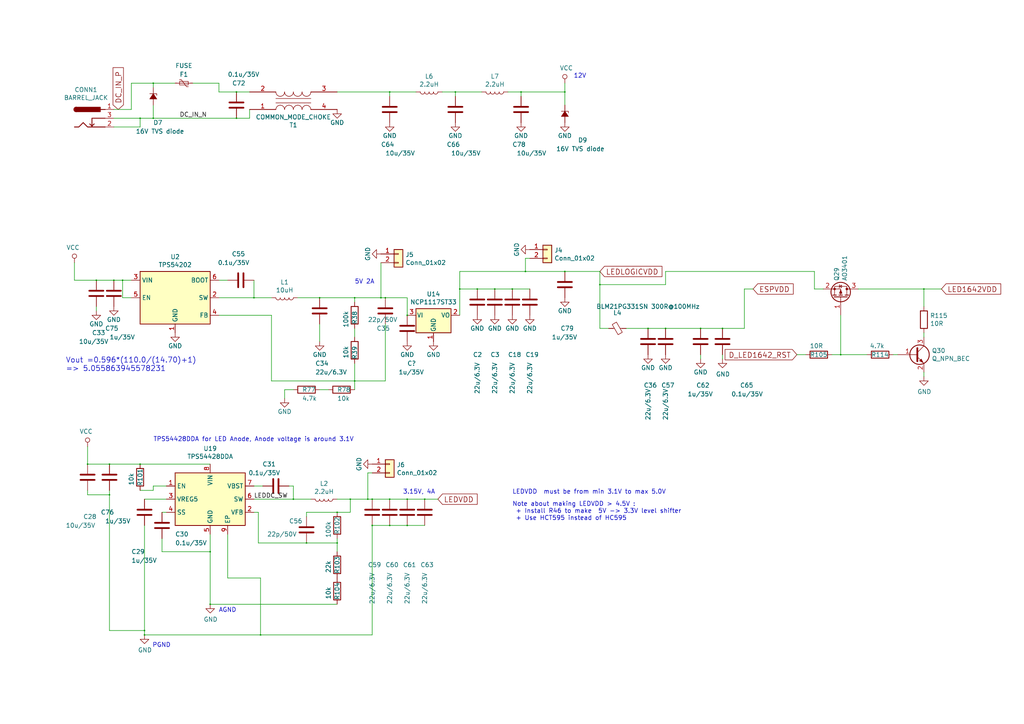
<source format=kicad_sch>
(kicad_sch (version 20200714) (host eeschema "5.99.0-unknown-e5f2015a9~89~ubuntu18.04.1")
  (page 9 10)
  (paper "A4")
  (lib_symbols
    (symbol "Connector_Generic:Conn_01x02" (pin_names hide)
      (property "Reference" "J" (at 0 2.54 0))
      (property "Value" "Conn_01x02" (at 0 -5.08 0))
      (symbol "Conn_01x02_1_1"
        (rectangle (start -1.27 -2.413) (end 0 -2.667) (stroke (width 0.1524)))
        (rectangle (start -1.27 0.127) (end 0 -0.127) (stroke (width 0.1524)))
        (rectangle (start -1.27 1.27) (end 1.27 -3.81) (stroke (width 0.254)) (fill (type background)))
        (pin passive line (at -5.08 0 0) (length 3.81) (name "Pin_1") (number "1"))
        (pin passive line (at -5.08 -2.54 0) (length 3.81) (name "Pin_2") (number "2"))
      )
    )
    (symbol "DeeComponents:COMMON_MODE_CHOKE" (pin_names hide)
      (property "Reference" "T" (at 0 1.27 0))
      (property "Value" "COMMON_MODE_CHOKE" (at 0 -8.89 0))
      (symbol "COMMON_MODE_CHOKE_0_1"
        (arc (start -3.81 -3.81) (end -2.5654 -5.08) (radius (at -3.81 -5.08) (length 1.27) (angles 89.9 0.1)))
        (arc (start -5.08 -5.08) (end -3.81 -3.81) (radius (at -3.81 -5.08) (length 1.27) (angles 179.9 90.1)))
        (arc (start -5.08 0) (end -3.81 -1.2446) (radius (at -3.81 0) (length 1.27) (angles 179.9 -89.9)))
        (arc (start -3.81 -1.2446) (end -2.5654 0) (radius (at -3.81 0) (length 1.27) (angles -90.1 0.1)))
        (arc (start -1.27 -3.81) (end -0.0254 -5.08) (radius (at -1.27 -5.08) (length 1.27) (angles 89.9 0.1)))
        (arc (start -2.54 -5.08) (end -1.27 -3.81) (radius (at -1.27 -5.08) (length 1.27) (angles 179.9 90.1)))
        (arc (start -2.54 0) (end -1.27 -1.2446) (radius (at -1.27 0) (length 1.27) (angles 179.9 -89.9)))
        (arc (start -1.27 -1.2446) (end -0.0254 0) (radius (at -1.27 0) (length 1.27) (angles -90.1 0.1)))
        (arc (start 1.27 -3.81) (end 2.5146 -5.08) (radius (at 1.27 -5.08) (length 1.27) (angles 89.9 0.1)))
        (arc (start 0 -5.08) (end 1.27 -3.81) (radius (at 1.27 -5.08) (length 1.27) (angles 179.9 90.1)))
        (arc (start 0 0) (end 1.27 -1.2446) (radius (at 1.27 0) (length 1.27) (angles 179.9 -89.9)))
        (arc (start 1.27 -1.2446) (end 2.5146 0) (radius (at 1.27 0) (length 1.27) (angles -90.1 0.1)))
        (arc (start 3.81 -3.81) (end 5.0546 -5.08) (radius (at 3.81 -5.08) (length 1.27) (angles 89.9 0.1)))
        (arc (start 2.54 -5.08) (end 3.81 -3.81) (radius (at 3.81 -5.08) (length 1.27) (angles 179.9 90.1)))
        (arc (start 2.54 0.0254) (end 3.81 -1.2192) (radius (at 3.81 0.0254) (length 1.27) (angles -179 -89.9)))
        (arc (start 5.0546 0.0254) (end 3.81 -1.2192) (radius (at 3.81 0.0254) (length 1.27) (angles -1.2 -89.9)))
        (polyline (pts (xy -5.08 -3.175) (xy 5.08 -3.175)))
        (polyline (pts (xy 5.08 -1.905) (xy -5.08 -1.905)))
      )
      (symbol "COMMON_MODE_CHOKE_1_1"
        (pin passive line (at -12.7 0 0) (length 7.62) (name "1") (number "1"))
        (pin passive line (at -12.7 -5.08 0) (length 7.62) (name "2") (number "2"))
        (pin passive line (at 12.7 -5.08 180) (length 7.62) (name "3") (number "3"))
        (pin passive line (at 12.7 0 180) (length 7.62) (name "4") (number "4"))
      )
    )
    (symbol "DeeComponents:TPS54202"
      (property "Reference" "U" (at -10.16 11.43 0))
      (property "Value" "TPS54202" (at -10.16 8.89 0))
      (symbol "TPS54202_0_1"
        (rectangle (start -10.16 7.62) (end 10.16 -7.62) (stroke (width 0.254)) (fill (type background)))
      )
      (symbol "TPS54202_1_1"
        (pin power_in line (at 0 -10.16 90) (length 2.54) (name "GND") (number "1"))
        (pin output line (at 12.7 0 180) (length 2.54) (name "SW") (number "2"))
        (pin power_in line (at -12.7 5.08 0) (length 2.54) (name "VIN") (number "3"))
        (pin input line (at 12.7 -5.08 180) (length 2.54) (name "FB") (number "4"))
        (pin input line (at -12.7 0 0) (length 2.54) (name "EN") (number "5"))
        (pin input line (at 12.7 5.08 180) (length 2.54) (name "BOOT") (number "6"))
      )
    )
    (symbol "DeeComponents:TPS54428DDA" (pin_names (offset 0.508))
      (property "Reference" "U" (at -8.89 8.89 0))
      (property "Value" "TPS54428DDA" (at 1.27 8.89 0))
      (symbol "TPS54428DDA_0_1"
        (rectangle (start -10.16 -7.62) (end 10.16 7.62) (stroke (width 0.254)) (fill (type background)))
      )
      (symbol "TPS54428DDA_1_1"
        (pin input line (at -12.7 3.81 0) (length 2.54) (name "EN") (number "1"))
        (pin input line (at 12.7 -3.81 180) (length 2.54) (name "VFB") (number "2"))
        (pin input line (at -12.7 0 0) (length 2.54) (name "VREG5") (number "3"))
        (pin open_collector line (at -12.7 -3.81 0) (length 2.54) (name "SS") (number "4"))
        (pin power_in line (at 0 -10.16 90) (length 2.54) (name "GND") (number "5"))
        (pin input line (at 12.7 0 180) (length 2.54) (name "SW") (number "6"))
        (pin output line (at 12.7 3.81 180) (length 2.54) (name "VBST") (number "7"))
        (pin power_in line (at 0 10.16 270) (length 2.54) (name "VIN") (number "8"))
        (pin power_in line (at 5.08 -10.16 90) (length 2.54) (name "EP") (number "9"))
      )
    )
    (symbol "dotmatrix_64x48-rescue:Barrel_Jack-Connector"
      (property "Reference" "J" (at 0 5.334 0))
      (property "Value" "Barrel_Jack-Connector" (at 0 -4.445 0))
      (symbol "Barrel_Jack-Connector_0_1"
        (arc (start -3.302 3.175) (end -3.302 1.905) (radius (at -3.302 2.54) (length 0.635) (angles 90.1 -90.1)) (stroke (width 0.254)) (fill (type outline)))
        (arc (start -3.302 3.175) (end -3.302 1.905) (radius (at -3.302 2.54) (length 0.635) (angles 90.1 -90.1)) (stroke (width 0.254)))
        (rectangle (start 3.683 3.175) (end -3.302 1.905) (stroke (width 0.254)) (fill (type outline)))
        (polyline (pts (xy 1.27 -2.286) (xy 1.905 -1.651)) (stroke (width 0.254)))
        (polyline (pts (xy 5.08 2.54) (xy 3.81 2.54)) (stroke (width 0.254)))
        (polyline (pts (xy 5.08 0) (xy 1.27 0) (xy 1.27 -2.286) (xy 0.635 -1.651)) (stroke (width 0.254)))
        (polyline (pts (xy -3.81 -2.54) (xy -2.54 -2.54) (xy -1.27 -1.27) (xy 0 -2.54) (xy 2.54 -2.54) (xy 5.08 -2.54)) (stroke (width 0.254)))
      )
      (symbol "Barrel_Jack-Connector_1_1"
        (pin passive line (at 7.62 2.54 180) (length 2.54) (name "~") (number "1"))
        (pin passive line (at 7.62 -2.54 180) (length 2.54) (name "~") (number "2"))
        (pin passive line (at 7.62 0 180) (length 2.54) (name "~") (number "3"))
      )
    )
    (symbol "dotmatrix_64x48-rescue:C-device" (pin_numbers hide) (pin_names (offset 0.254))
      (property "Reference" "C" (at 0.635 2.54 0))
      (property "Value" "C-device" (at 0.635 -2.54 0))
      (symbol "C-device_0_1"
        (polyline (pts (xy -2.032 -0.762) (xy 2.032 -0.762)) (stroke (width 0.508)))
        (polyline (pts (xy -2.032 0.762) (xy 2.032 0.762)) (stroke (width 0.508)))
      )
      (symbol "C-device_1_1"
        (pin passive line (at 0 3.81 270) (length 2.794) (name "~") (number "1"))
        (pin passive line (at 0 -3.81 90) (length 2.794) (name "~") (number "2"))
      )
    )
    (symbol "dotmatrix_64x48-rescue:D_Zener_Small_ALT-device" (pin_numbers hide) (pin_names (offset 0.254) hide)
      (property "Reference" "D" (at 0 2.286 0))
      (property "Value" "D_Zener_Small_ALT-device" (at 0 -2.286 0))
      (symbol "D_Zener_Small_ALT-device_0_1"
        (polyline (pts (xy 0.762 0) (xy -0.762 0)))
        (polyline (pts (xy -0.254 1.016) (xy -0.762 1.016) (xy -0.762 -1.016)))
        (polyline (pts (xy 0.762 1.016) (xy -0.762 0) (xy 0.762 -1.016) (xy 0.762 1.016)) (fill (type outline)))
      )
      (symbol "D_Zener_Small_ALT-device_1_1"
        (pin passive line (at -2.54 0 0) (length 1.778) (name "K") (number "1"))
        (pin passive line (at 2.54 0 180) (length 1.778) (name "A") (number "2"))
      )
    )
    (symbol "dotmatrix_64x48-rescue:Ferrite_Bead_Small-device" (pin_numbers hide) (pin_names (offset 0))
      (property "Reference" "L" (at 1.905 1.27 0))
      (property "Value" "Ferrite_Bead_Small-device" (at 1.905 -1.27 0))
      (symbol "Ferrite_Bead_Small-device_0_1"
        (polyline (pts (xy 0 -1.27) (xy 0 -0.7874)))
        (polyline (pts (xy 0 0.889) (xy 0 1.2954)))
        (polyline (pts (xy -1.8288 0.2794) (xy -1.1176 1.4986) (xy 1.8288 -0.2032) (xy 1.1176 -1.4224) (xy -1.8288 0.2794)))
      )
      (symbol "Ferrite_Bead_Small-device_1_1"
        (pin passive line (at 0 2.54 270) (length 1.27) (name "~") (number "1"))
        (pin passive line (at 0 -2.54 90) (length 1.27) (name "~") (number "2"))
      )
    )
    (symbol "dotmatrix_64x48-rescue:GND-power" (power) (pin_names (offset 0))
      (property "Value" "GND-power" (at 0 -3.81 0))
      (symbol "GND-power_0_1"
        (polyline (pts (xy 0 0) (xy 0 -1.27) (xy 1.27 -1.27) (xy 0 -2.54) (xy -1.27 -1.27) (xy 0 -1.27)))
      )
      (symbol "GND-power_1_1"
        (pin power_in line (at 0 0 270) (length 0) hide (name "GND") (number "1"))
      )
    )
    (symbol "dotmatrix_64x48-rescue:L-device" (pin_numbers hide) (pin_names hide)
      (property "Reference" "L" (at -1.27 0 90))
      (property "Value" "L-device" (at 1.905 0 90))
      (symbol "L-device_0_1"
        (arc (start 0 -2.54) (end 0 -1.27) (radius (at 0 -1.905) (length 0.635) (angles -89.9 89.9)))
        (arc (start 0 -1.27) (end 0 0) (radius (at 0 -0.635) (length 0.635) (angles -89.9 89.9)))
        (arc (start 0 0) (end 0 1.27) (radius (at 0 0.635) (length 0.635) (angles -89.9 89.9)))
        (arc (start 0 1.27) (end 0 2.54) (radius (at 0 1.905) (length 0.635) (angles -89.9 89.9)))
      )
      (symbol "L-device_1_1"
        (pin passive line (at 0 3.81 270) (length 1.27) (name "1") (number "1"))
        (pin passive line (at 0 -3.81 90) (length 1.27) (name "2") (number "2"))
      )
    )
    (symbol "dotmatrix_64x48-rescue:Polyfuse_Small-device" (pin_numbers hide) (pin_names (offset 0))
      (property "Reference" "F" (at -1.905 0 90))
      (property "Value" "Polyfuse_Small-device" (at 1.905 0 90))
      (symbol "Polyfuse_Small-device_0_1"
        (rectangle (start -0.508 1.27) (end 0.508 -1.27))
        (polyline (pts (xy 0 2.54) (xy 0 -2.54)))
        (polyline (pts (xy -1.016 1.27) (xy -1.016 0.762) (xy 1.016 -0.762) (xy 1.016 -1.27)))
      )
      (symbol "Polyfuse_Small-device_1_1"
        (pin passive line (at 0 2.54 270) (length 0.635) (name "~") (number "1"))
        (pin passive line (at 0 -2.54 90) (length 0.635) (name "~") (number "2"))
      )
    )
    (symbol "dotmatrix_64x48-rescue:Q_NPN_BEC-device" (pin_names (offset 0) hide)
      (property "Reference" "Q" (at 5.08 1.27 0))
      (property "Value" "Q_NPN_BEC-device" (at 5.08 -1.27 0))
      (symbol "Q_NPN_BEC-device_0_1"
        (circle (center 1.27 0) (radius 2.8194) (stroke (width 0.254)))
        (polyline (pts (xy 0.635 0.635) (xy 2.54 2.54)))
        (polyline (pts (xy 0.635 -0.635) (xy 2.54 -2.54) (xy 2.54 -2.54)))
        (polyline (pts (xy 0.635 1.905) (xy 0.635 -1.905) (xy 0.635 -1.905)) (stroke (width 0.508)))
        (polyline (pts (xy 1.27 -1.778) (xy 1.778 -1.27) (xy 2.286 -2.286) (xy 1.27 -1.778) (xy 1.27 -1.778)) (fill (type outline)))
      )
      (symbol "Q_NPN_BEC-device_1_1"
        (pin input line (at -5.08 0 0) (length 5.715) (name "B") (number "1"))
        (pin passive line (at 2.54 -5.08 90) (length 2.54) (name "E") (number "2"))
        (pin passive line (at 2.54 5.08 270) (length 2.54) (name "C") (number "3"))
      )
    )
    (symbol "dotmatrix_64x48-rescue:Q_PMOS_GSD-device" (pin_names (offset 0) hide)
      (property "Reference" "Q" (at 5.08 1.27 0))
      (property "Value" "Q_PMOS_GSD-device" (at 5.08 -1.27 0))
      (symbol "Q_PMOS_GSD-device_0_1"
        (circle (center 1.651 0) (radius 2.8194) (stroke (width 0.254)))
        (circle (center 2.54 -1.778) (radius 0.2794) (fill (type outline)))
        (circle (center 2.54 1.778) (radius 0.2794) (fill (type outline)))
        (polyline (pts (xy 0.0508 0) (xy 0.254 0)))
        (polyline (pts (xy 0.762 -1.778) (xy 2.54 -1.778)))
        (polyline (pts (xy 0.762 -1.27) (xy 0.762 -2.286)) (stroke (width 0.254)))
        (polyline (pts (xy 0.762 0) (xy 2.54 0)))
        (polyline (pts (xy 0.762 0.508) (xy 0.762 -0.508)) (stroke (width 0.254)))
        (polyline (pts (xy 0.762 1.778) (xy 2.54 1.778)))
        (polyline (pts (xy 0.762 2.286) (xy 0.762 1.27)) (stroke (width 0.254)))
        (polyline (pts (xy 2.54 -1.778) (xy 2.54 -2.54)))
        (polyline (pts (xy 2.54 -1.778) (xy 2.54 0)))
        (polyline (pts (xy 2.54 2.54) (xy 2.54 1.778)))
        (polyline (pts (xy 0.254 1.905) (xy 0.254 -1.905) (xy 0.254 -1.905)) (stroke (width 0.254)))
        (polyline (pts (xy 2.286 0) (xy 1.27 -0.381) (xy 1.27 0.381) (xy 2.286 0)) (fill (type outline)))
        (polyline (pts (xy 2.54 -1.778) (xy 3.302 -1.778) (xy 3.302 1.778) (xy 2.54 1.778)))
        (polyline (pts (xy 2.794 -0.508) (xy 2.921 -0.381) (xy 3.683 -0.381) (xy 3.81 -0.254)))
        (polyline (pts (xy 3.302 -0.381) (xy 2.921 0.254) (xy 3.683 0.254) (xy 3.302 -0.381)))
      )
      (symbol "Q_PMOS_GSD-device_1_1"
        (pin input line (at -5.08 0 0) (length 5.08) (name "G") (number "1"))
        (pin passive line (at 2.54 -5.08 90) (length 2.54) (name "S") (number "2"))
        (pin passive line (at 2.54 5.08 270) (length 2.54) (name "D") (number "3"))
      )
    )
    (symbol "dotmatrix_64x48-rescue:R-device" (pin_numbers hide) (pin_names (offset 0))
      (property "Reference" "R" (at 2.032 0 90))
      (property "Value" "R-device" (at 0 0 90))
      (symbol "R-device_0_1"
        (rectangle (start -1.016 -2.54) (end 1.016 2.54) (stroke (width 0.254)))
      )
      (symbol "R-device_1_1"
        (pin passive line (at 0 3.81 270) (length 1.27) (name "~") (number "1"))
        (pin passive line (at 0 -3.81 90) (length 1.27) (name "~") (number "2"))
      )
    )
    (symbol "dotmatrix_64x48-rescue:VCC-power" (power) (pin_names (offset 0))
      (property "Value" "VCC-power" (at 0 3.81 0))
      (symbol "VCC-power_0_1"
        (circle (center 0 1.905) (radius 0.635))
        (polyline (pts (xy 0 0) (xy 0 1.27)))
      )
      (symbol "VCC-power_1_1"
        (pin power_in line (at 0 0 90) (length 0) hide (name "VCC") (number "1"))
      )
    )
    (symbol "regul:AP1117-33" (pin_names (offset 0.254))
      (property "Reference" "U" (at -3.81 3.175 0))
      (property "Value" "AP1117-33" (at 0 3.175 0))
      (symbol "AP1117-33_0_1"
        (rectangle (start -5.08 -5.08) (end 5.08 1.905) (stroke (width 0.254)) (fill (type background)))
      )
      (symbol "AP1117-33_1_1"
        (pin power_in line (at 0 -7.62 90) (length 2.54) (name "GND") (number "1"))
        (pin passive line (at 7.62 0 180) (length 2.54) (name "VO") (number "2"))
        (pin power_in line (at -7.62 0 0) (length 2.54) (name "VI") (number "3"))
      )
    )
  )
  (junction (at 25.4 134.62) (diameter 0.3048))
  (junction (at 27.94 81.28) (diameter 0.3048))
  (junction (at 31.75 134.62) (diameter 0.3048))
  (junction (at 31.75 143.51) (diameter 0.3048))
  (junction (at 33.02 81.28) (diameter 0.3048))
  (junction (at 35.56 81.28) (diameter 0.3048))
  (junction (at 40.64 34.29) (diameter 0.3048))
  (junction (at 40.64 134.62) (diameter 0.3048))
  (junction (at 41.91 182.88) (diameter 0.3048))
  (junction (at 41.91 184.15) (diameter 0.3048))
  (junction (at 44.45 24.13) (diameter 0.3048))
  (junction (at 44.45 34.29) (diameter 0.3048))
  (junction (at 60.96 160.02) (diameter 0.3048))
  (junction (at 60.96 175.26) (diameter 0.3048))
  (junction (at 68.58 26.67) (diameter 0.3048))
  (junction (at 68.58 34.29) (diameter 0.3048))
  (junction (at 73.66 86.36) (diameter 0.3048))
  (junction (at 75.565 184.15) (diameter 0.3048))
  (junction (at 85.09 144.78) (diameter 0.3048))
  (junction (at 88.9 157.48) (diameter 0.3048))
  (junction (at 92.71 86.36) (diameter 0.3048))
  (junction (at 97.79 148.59) (diameter 0.3048))
  (junction (at 97.79 157.48) (diameter 0.3048))
  (junction (at 101.6 144.78) (diameter 0.3048))
  (junction (at 102.87 86.36) (diameter 0.3048))
  (junction (at 102.87 110.49) (diameter 0.3048))
  (junction (at 106.68 144.78) (diameter 0.3048))
  (junction (at 107.95 144.78) (diameter 0.3048))
  (junction (at 107.95 152.4) (diameter 0.3048))
  (junction (at 110.49 86.36) (diameter 0.3048))
  (junction (at 111.76 86.36) (diameter 0.3048))
  (junction (at 113.03 26.67) (diameter 0.3048))
  (junction (at 113.03 144.78) (diameter 0.3048))
  (junction (at 113.03 152.4) (diameter 0.3048))
  (junction (at 118.11 91.44) (diameter 0.3048))
  (junction (at 118.11 144.78) (diameter 0.3048))
  (junction (at 118.11 152.4) (diameter 0.3048))
  (junction (at 123.19 144.78) (diameter 0.3048))
  (junction (at 132.08 26.67) (diameter 0.3048))
  (junction (at 133.35 83.82) (diameter 0.3048))
  (junction (at 138.43 83.82) (diameter 0.3048))
  (junction (at 143.51 83.82) (diameter 0.3048))
  (junction (at 148.59 83.82) (diameter 0.3048))
  (junction (at 151.13 26.67) (diameter 0.3048))
  (junction (at 152.4 78.74) (diameter 0.3048))
  (junction (at 163.83 26.67) (diameter 0.3048))
  (junction (at 163.83 78.74) (diameter 0.3048))
  (junction (at 173.99 82.55) (diameter 0.3048))
  (junction (at 187.96 95.25) (diameter 0.3048))
  (junction (at 193.04 95.25) (diameter 0.3048))
  (junction (at 203.2 95.25) (diameter 0.3048))
  (junction (at 209.55 95.25) (diameter 0.3048))
  (junction (at 243.84 102.87) (diameter 0.3048))
  (junction (at 267.97 83.82) (diameter 0.3048))
  (wire (pts (xy 21.59 76.2) (xy 21.59 81.28)))
  (wire (pts (xy 21.59 81.28) (xy 27.94 81.28)))
  (wire (pts (xy 25.4 129.54) (xy 25.4 134.62)))
  (wire (pts (xy 25.4 134.62) (xy 31.75 134.62)))
  (wire (pts (xy 25.4 143.51) (xy 25.4 142.24)))
  (wire (pts (xy 27.94 81.28) (xy 33.02 81.28)))
  (wire (pts (xy 27.94 90.17) (xy 27.94 88.9)))
  (wire (pts (xy 31.75 134.62) (xy 40.64 134.62)))
  (wire (pts (xy 31.75 142.24) (xy 31.75 143.51)))
  (wire (pts (xy 31.75 143.51) (xy 25.4 143.51)))
  (wire (pts (xy 31.75 143.51) (xy 31.75 182.88)))
  (wire (pts (xy 31.75 182.88) (xy 41.91 182.88)))
  (wire (pts (xy 33.02 81.28) (xy 35.56 81.28)))
  (wire (pts (xy 35.56 81.28) (xy 38.1 81.28)))
  (wire (pts (xy 35.56 86.36) (xy 35.56 81.28)))
  (wire (pts (xy 38.1 24.13) (xy 38.1 31.75)))
  (wire (pts (xy 38.1 24.13) (xy 44.45 24.13)))
  (wire (pts (xy 38.1 31.75) (xy 33.02 31.75)))
  (wire (pts (xy 38.1 86.36) (xy 35.56 86.36)))
  (wire (pts (xy 40.64 34.29) (xy 33.02 34.29)))
  (wire (pts (xy 40.64 34.29) (xy 40.64 36.83)))
  (wire (pts (xy 40.64 34.29) (xy 44.45 34.29)))
  (wire (pts (xy 40.64 36.83) (xy 33.02 36.83)))
  (wire (pts (xy 40.64 134.62) (xy 60.96 134.62)))
  (wire (pts (xy 41.91 152.4) (xy 41.91 182.88)))
  (wire (pts (xy 41.91 182.88) (xy 41.91 184.15)))
  (wire (pts (xy 44.45 24.13) (xy 44.45 25.4)))
  (wire (pts (xy 44.45 24.13) (xy 50.8 24.13)))
  (wire (pts (xy 44.45 34.29) (xy 44.45 30.48)))
  (wire (pts (xy 44.45 34.29) (xy 68.58 34.29)))
  (wire (pts (xy 44.45 140.97) (xy 44.45 142.24)))
  (wire (pts (xy 44.45 140.97) (xy 48.26 140.97)))
  (wire (pts (xy 44.45 142.24) (xy 40.64 142.24)))
  (wire (pts (xy 46.99 148.59) (xy 48.26 148.59)))
  (wire (pts (xy 46.99 156.21) (xy 46.99 160.02)))
  (wire (pts (xy 48.26 144.78) (xy 41.91 144.78)))
  (wire (pts (xy 55.88 24.13) (xy 63.5 24.13)))
  (wire (pts (xy 60.96 160.02) (xy 46.99 160.02)))
  (wire (pts (xy 60.96 160.02) (xy 60.96 154.94)))
  (wire (pts (xy 60.96 160.02) (xy 60.96 175.26)))
  (wire (pts (xy 63.5 26.67) (xy 63.5 24.13)))
  (wire (pts (xy 63.5 81.28) (xy 66.04 81.28)))
  (wire (pts (xy 63.5 91.44) (xy 78.74 91.44)))
  (wire (pts (xy 66.04 154.94) (xy 66.04 167.64)))
  (wire (pts (xy 66.04 167.64) (xy 75.565 167.64)))
  (wire (pts (xy 68.58 26.67) (xy 63.5 26.67)))
  (wire (pts (xy 68.58 26.67) (xy 72.39 26.67)))
  (wire (pts (xy 68.58 34.29) (xy 72.39 34.29)))
  (wire (pts (xy 72.39 34.29) (xy 72.39 31.75)))
  (wire (pts (xy 73.66 81.28) (xy 73.66 86.36)))
  (wire (pts (xy 73.66 86.36) (xy 63.5 86.36)))
  (wire (pts (xy 73.66 86.36) (xy 78.74 86.36)))
  (wire (pts (xy 73.66 140.97) (xy 76.2 140.97)))
  (wire (pts (xy 73.66 144.78) (xy 85.09 144.78)))
  (wire (pts (xy 74.93 148.59) (xy 73.66 148.59)))
  (wire (pts (xy 74.93 157.48) (xy 74.93 148.59)))
  (wire (pts (xy 74.93 157.48) (xy 88.9 157.48)))
  (wire (pts (xy 75.565 167.64) (xy 75.565 184.15)))
  (wire (pts (xy 75.565 184.15) (xy 41.91 184.15)))
  (wire (pts (xy 78.74 91.44) (xy 78.74 110.49)))
  (wire (pts (xy 82.55 113.03) (xy 82.55 115.57)))
  (wire (pts (xy 82.55 113.03) (xy 85.09 113.03)))
  (wire (pts (xy 83.82 140.97) (xy 85.09 140.97)))
  (wire (pts (xy 85.09 144.78) (xy 85.09 140.97)))
  (wire (pts (xy 85.09 144.78) (xy 90.17 144.78)))
  (wire (pts (xy 86.36 86.36) (xy 92.71 86.36)))
  (wire (pts (xy 88.9 148.59) (xy 88.9 149.86)))
  (wire (pts (xy 88.9 157.48) (xy 97.79 157.48)))
  (wire (pts (xy 92.71 86.36) (xy 102.87 86.36)))
  (wire (pts (xy 92.71 93.98) (xy 92.71 99.06)))
  (wire (pts (xy 92.71 113.03) (xy 95.25 113.03)))
  (wire (pts (xy 97.79 26.67) (xy 113.03 26.67)))
  (wire (pts (xy 97.79 144.78) (xy 101.6 144.78)))
  (wire (pts (xy 97.79 148.59) (xy 88.9 148.59)))
  (wire (pts (xy 97.79 148.59) (xy 101.6 148.59)))
  (wire (pts (xy 97.79 156.21) (xy 97.79 157.48)))
  (wire (pts (xy 97.79 157.48) (xy 97.79 160.02)))
  (wire (pts (xy 97.79 175.26) (xy 60.96 175.26)))
  (wire (pts (xy 101.6 144.78) (xy 106.68 144.78)))
  (wire (pts (xy 101.6 148.59) (xy 101.6 144.78)))
  (wire (pts (xy 102.87 86.36) (xy 102.87 87.63)))
  (wire (pts (xy 102.87 86.36) (xy 110.49 86.36)))
  (wire (pts (xy 102.87 95.25) (xy 102.87 97.79)))
  (wire (pts (xy 102.87 110.49) (xy 78.74 110.49)))
  (wire (pts (xy 102.87 110.49) (xy 102.87 105.41)))
  (wire (pts (xy 102.87 113.03) (xy 102.87 110.49)))
  (wire (pts (xy 106.68 137.16) (xy 106.68 144.78)))
  (wire (pts (xy 106.68 137.16) (xy 107.95 137.16)))
  (wire (pts (xy 106.68 144.78) (xy 107.95 144.78)))
  (wire (pts (xy 107.95 144.78) (xy 113.03 144.78)))
  (wire (pts (xy 107.95 152.4) (xy 107.95 184.15)))
  (wire (pts (xy 107.95 152.4) (xy 113.03 152.4)))
  (wire (pts (xy 107.95 184.15) (xy 75.565 184.15)))
  (wire (pts (xy 110.49 76.2) (xy 110.49 86.36)))
  (wire (pts (xy 110.49 86.36) (xy 111.76 86.36)))
  (wire (pts (xy 111.76 93.98) (xy 111.76 110.49)))
  (wire (pts (xy 111.76 110.49) (xy 102.87 110.49)))
  (wire (pts (xy 113.03 26.67) (xy 113.03 27.94)))
  (wire (pts (xy 113.03 26.67) (xy 120.65 26.67)))
  (wire (pts (xy 113.03 144.78) (xy 118.11 144.78)))
  (wire (pts (xy 113.03 152.4) (xy 118.11 152.4)))
  (wire (pts (xy 118.11 86.36) (xy 111.76 86.36)))
  (wire (pts (xy 118.11 91.44) (xy 118.11 86.36)))
  (wire (pts (xy 118.11 144.78) (xy 123.19 144.78)))
  (wire (pts (xy 118.11 152.4) (xy 123.19 152.4)))
  (wire (pts (xy 123.19 144.78) (xy 127 144.78)))
  (wire (pts (xy 128.27 26.67) (xy 132.08 26.67)))
  (wire (pts (xy 132.08 26.67) (xy 132.08 27.94)))
  (wire (pts (xy 132.08 26.67) (xy 139.7 26.67)))
  (wire (pts (xy 133.35 78.74) (xy 133.35 83.82)))
  (wire (pts (xy 133.35 78.74) (xy 152.4 78.74)))
  (wire (pts (xy 133.35 83.82) (xy 133.35 91.44)))
  (wire (pts (xy 133.35 83.82) (xy 138.43 83.82)))
  (wire (pts (xy 138.43 83.82) (xy 143.51 83.82)))
  (wire (pts (xy 143.51 83.82) (xy 148.59 83.82)))
  (wire (pts (xy 147.32 26.67) (xy 151.13 26.67)))
  (wire (pts (xy 148.59 83.82) (xy 153.67 83.82)))
  (wire (pts (xy 151.13 26.67) (xy 151.13 27.94)))
  (wire (pts (xy 151.13 26.67) (xy 163.83 26.67)))
  (wire (pts (xy 152.4 74.93) (xy 152.4 78.74)))
  (wire (pts (xy 152.4 74.93) (xy 153.67 74.93)))
  (wire (pts (xy 152.4 78.74) (xy 163.83 78.74)))
  (wire (pts (xy 163.83 26.67) (xy 163.83 24.13)))
  (wire (pts (xy 163.83 26.67) (xy 163.83 30.48)))
  (wire (pts (xy 163.83 78.74) (xy 173.99 78.74)))
  (wire (pts (xy 173.99 78.74) (xy 173.99 82.55)))
  (wire (pts (xy 173.99 82.55) (xy 173.99 95.25)))
  (wire (pts (xy 173.99 95.25) (xy 176.53 95.25)))
  (wire (pts (xy 181.61 95.25) (xy 187.96 95.25)))
  (wire (pts (xy 187.96 95.25) (xy 193.04 95.25)))
  (wire (pts (xy 193.04 78.74) (xy 193.04 82.55)))
  (wire (pts (xy 193.04 82.55) (xy 173.99 82.55)))
  (wire (pts (xy 193.04 95.25) (xy 203.2 95.25)))
  (wire (pts (xy 203.2 95.25) (xy 209.55 95.25)))
  (wire (pts (xy 203.2 104.14) (xy 203.2 102.87)))
  (wire (pts (xy 209.55 95.25) (xy 215.9 95.25)))
  (wire (pts (xy 209.55 102.87) (xy 209.55 104.14)))
  (wire (pts (xy 215.9 83.82) (xy 215.9 95.25)))
  (wire (pts (xy 218.44 83.82) (xy 215.9 83.82)))
  (wire (pts (xy 233.68 102.87) (xy 231.14 102.87)))
  (wire (pts (xy 236.22 78.74) (xy 193.04 78.74)))
  (wire (pts (xy 236.22 83.82) (xy 236.22 78.74)))
  (wire (pts (xy 236.22 83.82) (xy 238.76 83.82)))
  (wire (pts (xy 241.3 102.87) (xy 243.84 102.87)))
  (wire (pts (xy 243.84 91.44) (xy 243.84 102.87)))
  (wire (pts (xy 243.84 102.87) (xy 251.46 102.87)))
  (wire (pts (xy 248.92 83.82) (xy 267.97 83.82)))
  (wire (pts (xy 259.08 102.87) (xy 260.35 102.87)))
  (wire (pts (xy 267.97 83.82) (xy 273.05 83.82)))
  (wire (pts (xy 267.97 88.9) (xy 267.97 83.82)))
  (wire (pts (xy 267.97 97.79) (xy 267.97 96.52)))
  (wire (pts (xy 267.97 107.95) (xy 267.97 109.22)))
  (text "Vout =0.596*(110.0/(14.70)+1)\n=> 5.055863945578231" (at 19.05 107.95 0) (effects (font (size 1.524 1.524)) (justify left bottom)))
  (text "TPS54428DDA for LED Anode, Anode voltage is around 3.1V" (at 44.45 128.27 0) (effects (font (size 1.27 1.27)) (justify left bottom)))
  (text "PGND" (at 49.53 187.96 180) (effects (font (size 1.27 1.27)) (justify right bottom)))
  (text "AGND" (at 68.58 177.8 180) (effects (font (size 1.27 1.27)) (justify right bottom)))
  (text "5V 2A" (at 102.87 82.55 0) (effects (font (size 1.27 1.27)) (justify left bottom)))
  (text "3.15V, 4A" (at 116.84 143.51 0) (effects (font (size 1.27 1.27)) (justify left bottom)))
  (text "LEDVDD  must be from min 3.1V to max 5.0V" (at 148.59 143.51 0) (effects (font (size 1.27 1.27)) (justify left bottom)))
  (text "Note about making LEDVDD > 4.5V :\n + Install R46 to make  5V -> 3.3V level shifter\n + Use HCT595 instead of HC595\n" (at 148.59 151.13 0) (effects (font (size 1.27 1.27)) (justify left bottom)))
  (text "12V" (at 166.37 22.86 0) (effects (font (size 1.27 1.27)) (justify left bottom)))
  (label "DC_IN_N" (at 52.07 34.29 0))
  (label "LEDDC_SW" (at 73.66 144.78 0))
  (global_label "DC_IN_P" (shape input) (at 34.29 31.75 90) (effects (font (size 1.524 1.524))))
  (global_label "LEDVDD" (shape input) (at 127 144.78 0) (effects (font (size 1.524 1.524))))
  (global_label "LEDLOGICVDD" (shape input) (at 173.99 78.74 0) (effects (font (size 1.524 1.524))))
  (global_label "ESPVDD" (shape input) (at 218.44 83.82 0) (effects (font (size 1.524 1.524))))
  (global_label "D_LED1642_RST" (shape input) (at 231.14 102.87 180) (effects (font (size 1.524 1.524))))
  (global_label "LED1642VDD" (shape input) (at 273.05 83.82 0) (effects (font (size 1.524 1.524))))
  (symbol (lib_id "dotmatrix_64x48-rescue:VCC-power") (at 21.59 76.2 0) (mirror y) (unit 1)
    (property "Reference" "#PWR0145" (effects hide))
    (property "Value" "VCC" (at 21.1582 71.8058 0))
  )
  (symbol (lib_id "dotmatrix_64x48-rescue:VCC-power") (at 25.4 129.54 0) (mirror y) (unit 1)
    (property "Reference" "#PWR06" (effects hide))
    (property "Value" "VCC" (at 24.9682 125.1458 0))
  )
  (symbol (lib_id "dotmatrix_64x48-rescue:VCC-power") (at 163.83 24.13 0) (unit 1)
    (property "Reference" "#PWR0134" (effects hide))
    (property "Value" "VCC" (at 164.2618 19.7358 0))
  )
  (symbol (lib_id "dotmatrix_64x48-rescue:L-device") (at 82.55 86.36 270) (unit 1)
    (property "Reference" "L1" (at 82.55 81.8388 90))
    (property "Value" "10uH" (at 82.55 84.1502 90))
    (property "Footprint" "components:Choke_SMD_7.3x7.3_H3.5_handsoldering" (effects hide))
  )
  (symbol (lib_id "dotmatrix_64x48-rescue:L-device") (at 93.98 144.78 270) (unit 1)
    (property "Reference" "L2" (at 93.98 140.2588 90))
    (property "Value" "2.2uH" (at 93.98 142.5702 90))
    (property "Footprint" "components:Choke_SMD_10.4x10.4_H4.8_HandSoldering" (effects hide))
  )
  (symbol (lib_id "dotmatrix_64x48-rescue:L-device") (at 124.46 26.67 270) (unit 1)
    (property "Reference" "L6" (at 124.46 22.1488 90))
    (property "Value" "2.2uH" (at 124.46 24.4602 90))
    (property "Footprint" "components:Choke_SMD_10.4x10.4_H4.8_HandSoldering" (effects hide))
  )
  (symbol (lib_id "dotmatrix_64x48-rescue:L-device") (at 143.51 26.67 270) (unit 1)
    (property "Reference" "L7" (at 143.51 22.1488 90))
    (property "Value" "2.2uH" (at 143.51 24.4602 90))
    (property "Footprint" "components:Choke_SMD_10.4x10.4_H4.8_HandSoldering" (effects hide))
  )
  (symbol (lib_id "dotmatrix_64x48-rescue:GND-power") (at 27.94 90.17 0) (mirror y) (unit 1)
    (property "Reference" "#PWR0146" (effects hide))
    (property "Value" "GND" (at 27.94 93.98 0))
  )
  (symbol (lib_id "dotmatrix_64x48-rescue:GND-power") (at 33.02 88.9 0) (mirror y) (unit 1)
    (property "Reference" "#PWR0139" (effects hide))
    (property "Value" "GND" (at 33.02 92.71 0))
  )
  (symbol (lib_id "dotmatrix_64x48-rescue:GND-power") (at 41.91 184.15 0) (unit 1)
    (property "Reference" "#PWR010" (effects hide))
    (property "Value" "GND" (at 42.037 188.5442 0))
  )
  (symbol (lib_id "dotmatrix_64x48-rescue:GND-power") (at 50.8 96.52 0) (mirror y) (unit 1)
    (property "Reference" "#PWR0147" (effects hide))
    (property "Value" "GND" (at 50.8 100.33 0))
  )
  (symbol (lib_id "dotmatrix_64x48-rescue:GND-power") (at 60.96 175.26 0) (unit 1)
    (property "Reference" "#PWR07" (effects hide))
    (property "Value" "GND" (at 61.087 179.6542 0))
  )
  (symbol (lib_id "dotmatrix_64x48-rescue:GND-power") (at 82.55 115.57 0) (mirror y) (unit 1)
    (property "Reference" "#PWR0149" (effects hide))
    (property "Value" "GND" (at 82.55 119.38 0))
  )
  (symbol (lib_id "dotmatrix_64x48-rescue:GND-power") (at 92.71 99.06 0) (mirror y) (unit 1)
    (property "Reference" "#PWR0148" (effects hide))
    (property "Value" "GND" (at 92.71 102.87 0))
  )
  (symbol (lib_id "dotmatrix_64x48-rescue:GND-power") (at 97.79 31.75 0) (mirror y) (unit 1)
    (property "Reference" "#PWR0135" (effects hide))
    (property "Value" "GND" (at 97.79 35.56 0))
  )
  (symbol (lib_id "dotmatrix_64x48-rescue:GND-power") (at 107.95 134.62 270) (mirror x) (unit 1)
    (property "Reference" "#PWR08" (effects hide))
    (property "Value" "GND" (at 104.14 134.62 0))
  )
  (symbol (lib_id "dotmatrix_64x48-rescue:GND-power") (at 110.49 73.66 270) (mirror x) (unit 1)
    (property "Reference" "#PWR03" (effects hide))
    (property "Value" "GND" (at 106.68 73.66 0))
  )
  (symbol (lib_id "dotmatrix_64x48-rescue:GND-power") (at 113.03 35.56 0) (mirror y) (unit 1)
    (property "Reference" "#PWR0137" (effects hide))
    (property "Value" "GND" (at 113.03 39.37 0))
  )
  (symbol (lib_id "dotmatrix_64x48-rescue:GND-power") (at 118.11 99.06 0) (mirror y) (unit 1)
    (property "Reference" "#PWR?" (effects hide))
    (property "Value" "GND" (at 118.11 102.87 0))
  )
  (symbol (lib_id "dotmatrix_64x48-rescue:GND-power") (at 125.73 99.06 0) (mirror y) (unit 1)
    (property "Reference" "#PWR0126" (effects hide))
    (property "Value" "GND" (at 125.73 102.87 0))
  )
  (symbol (lib_id "dotmatrix_64x48-rescue:GND-power") (at 132.08 35.56 0) (mirror y) (unit 1)
    (property "Reference" "#PWR09" (effects hide))
    (property "Value" "GND" (at 132.08 39.37 0))
  )
  (symbol (lib_id "dotmatrix_64x48-rescue:GND-power") (at 138.43 91.44 0) (mirror y) (unit 1)
    (property "Reference" "#PWR0150" (effects hide))
    (property "Value" "GND" (at 138.43 95.25 0))
  )
  (symbol (lib_id "dotmatrix_64x48-rescue:GND-power") (at 143.51 91.44 0) (mirror y) (unit 1)
    (property "Reference" "#PWR0152" (effects hide))
    (property "Value" "GND" (at 143.51 95.25 0))
  )
  (symbol (lib_id "dotmatrix_64x48-rescue:GND-power") (at 148.59 91.44 0) (mirror y) (unit 1)
    (property "Reference" "#PWR0156" (effects hide))
    (property "Value" "GND" (at 148.59 95.25 0))
  )
  (symbol (lib_id "dotmatrix_64x48-rescue:GND-power") (at 151.13 35.56 0) (mirror y) (unit 1)
    (property "Reference" "#PWR012" (effects hide))
    (property "Value" "GND" (at 151.13 39.37 0))
  )
  (symbol (lib_id "dotmatrix_64x48-rescue:GND-power") (at 153.67 72.39 270) (mirror x) (unit 1)
    (property "Reference" "#PWR02" (effects hide))
    (property "Value" "GND" (at 149.86 72.39 0))
  )
  (symbol (lib_id "dotmatrix_64x48-rescue:GND-power") (at 153.67 91.44 0) (mirror y) (unit 1)
    (property "Reference" "#PWR0157" (effects hide))
    (property "Value" "GND" (at 153.67 95.25 0))
  )
  (symbol (lib_id "dotmatrix_64x48-rescue:GND-power") (at 163.83 35.56 0) (mirror y) (unit 1)
    (property "Reference" "#PWR013" (effects hide))
    (property "Value" "GND" (at 163.83 39.37 0))
  )
  (symbol (lib_id "dotmatrix_64x48-rescue:GND-power") (at 163.83 86.36 0) (mirror y) (unit 1)
    (property "Reference" "#PWR014" (effects hide))
    (property "Value" "GND" (at 163.83 90.17 0))
  )
  (symbol (lib_id "dotmatrix_64x48-rescue:GND-power") (at 187.96 102.87 0) (mirror y) (unit 1)
    (property "Reference" "#PWR0151" (effects hide))
    (property "Value" "GND" (at 187.96 106.68 0))
  )
  (symbol (lib_id "dotmatrix_64x48-rescue:GND-power") (at 193.04 102.87 0) (mirror y) (unit 1)
    (property "Reference" "#PWR0158" (effects hide))
    (property "Value" "GND" (at 193.04 106.68 0))
  )
  (symbol (lib_id "dotmatrix_64x48-rescue:GND-power") (at 203.2 104.14 0) (mirror y) (unit 1)
    (property "Reference" "#PWR016" (effects hide))
    (property "Value" "GND" (at 203.2 107.95 0))
  )
  (symbol (lib_id "dotmatrix_64x48-rescue:GND-power") (at 209.55 104.14 0) (unit 1)
    (property "Reference" "#PWR017" (effects hide))
    (property "Value" "GND" (at 209.677 108.5342 0))
  )
  (symbol (lib_id "dotmatrix_64x48-rescue:GND-power") (at 267.97 109.22 0) (unit 1)
    (property "Reference" "#PWR018" (effects hide))
    (property "Value" "GND" (at 268.097 113.6142 0))
  )
  (symbol (lib_id "dotmatrix_64x48-rescue:D_Zener_Small_ALT-device") (at 44.45 27.94 270) (unit 1)
    (property "Reference" "D7" (at 44.45 35.56 90) (effects (justify left)))
    (property "Value" "16V TVS diode" (at 39.37 38.1 90) (effects (justify left)))
    (property "Footprint" "Diode_SMD:D_SMA_Handsoldering" (effects hide))
  )
  (symbol (lib_id "dotmatrix_64x48-rescue:Polyfuse_Small-device") (at 53.34 24.13 90) (mirror x) (unit 1)
    (property "Reference" "F1" (at 53.34 21.59 90))
    (property "Value" "FUSE" (at 53.34 19.05 90))
    (property "Footprint" "Resistors_SMD:R_1812" (effects hide))
  )
  (symbol (lib_id "dotmatrix_64x48-rescue:D_Zener_Small_ALT-device") (at 163.83 33.02 270) (unit 1)
    (property "Reference" "D9" (at 167.64 40.64 90) (effects (justify left)))
    (property "Value" "16V TVS diode" (at 161.29 43.18 90) (effects (justify left)))
    (property "Footprint" "Diode_SMD:D_SMA_Handsoldering" (effects hide))
  )
  (symbol (lib_id "dotmatrix_64x48-rescue:R-device") (at 40.64 138.43 180) (unit 1)
    (property "Reference" "R101" (at 40.64 135.89 90) (effects (justify left)))
    (property "Value" "10k" (at 38.1 137.16 90) (effects (justify left)))
    (property "Footprint" "Resistor_SMD:R_0603_1608Metric_Pad1.05x0.95mm_HandSolder" (effects hide))
  )
  (symbol (lib_id "dotmatrix_64x48-rescue:R-device") (at 88.9 113.03 270) (unit 1)
    (property "Reference" "R77" (at 87.63 113.03 90) (effects (justify left)))
    (property "Value" "4.7k" (at 87.63 115.57 90) (effects (justify left)))
    (property "Footprint" "Resistor_SMD:R_0603_1608Metric_Pad1.05x0.95mm_HandSolder" (effects hide))
  )
  (symbol (lib_id "dotmatrix_64x48-rescue:R-device") (at 97.79 152.4 180) (unit 1)
    (property "Reference" "R102" (at 97.79 149.86 90) (effects (justify left)))
    (property "Value" "100k" (at 95.25 151.13 90) (effects (justify left)))
    (property "Footprint" "Resistor_SMD:R_0603_1608Metric_Pad1.05x0.95mm_HandSolder" (effects hide))
  )
  (symbol (lib_id "dotmatrix_64x48-rescue:R-device") (at 97.79 163.83 180) (unit 1)
    (property "Reference" "R103" (at 97.79 161.29 90) (effects (justify left)))
    (property "Value" "22k" (at 95.25 162.56 90) (effects (justify left)))
    (property "Footprint" "Resistor_SMD:R_0603_1608Metric_Pad1.05x0.95mm_HandSolder" (effects hide))
  )
  (symbol (lib_id "dotmatrix_64x48-rescue:R-device") (at 97.79 171.45 180) (unit 1)
    (property "Reference" "R104" (at 97.79 168.91 90) (effects (justify left)))
    (property "Value" "10k" (at 95.25 170.18 90) (effects (justify left)))
    (property "Footprint" "Resistor_SMD:R_0603_1608Metric_Pad1.05x0.95mm_HandSolder" (effects hide))
  )
  (symbol (lib_id "dotmatrix_64x48-rescue:R-device") (at 99.06 113.03 270) (unit 1)
    (property "Reference" "R78" (at 97.79 113.03 90) (effects (justify left)))
    (property "Value" "10k" (at 97.79 115.57 90) (effects (justify left)))
    (property "Footprint" "Resistor_SMD:R_0603_1608Metric_Pad1.05x0.95mm_HandSolder" (effects hide))
  )
  (symbol (lib_id "dotmatrix_64x48-rescue:R-device") (at 102.87 91.44 180) (unit 1)
    (property "Reference" "R38" (at 102.87 90.17 90) (effects (justify left)))
    (property "Value" "100k" (at 100.33 90.17 90) (effects (justify left)))
    (property "Footprint" "Resistor_SMD:R_0603_1608Metric_Pad1.05x0.95mm_HandSolder" (effects hide))
  )
  (symbol (lib_id "dotmatrix_64x48-rescue:R-device") (at 102.87 101.6 180) (unit 1)
    (property "Reference" "R39" (at 102.87 100.33 90) (effects (justify left)))
    (property "Value" "10k" (at 100.33 100.33 90) (effects (justify left)))
    (property "Footprint" "Resistor_SMD:R_0603_1608Metric_Pad1.05x0.95mm_HandSolder" (effects hide))
  )
  (symbol (lib_id "dotmatrix_64x48-rescue:R-device") (at 237.49 102.87 90) (unit 1)
    (property "Reference" "R105" (at 240.03 102.87 90) (effects (justify left)))
    (property "Value" "10R" (at 238.76 100.33 90) (effects (justify left)))
    (property "Footprint" "Resistor_SMD:R_0603_1608Metric_Pad1.05x0.95mm_HandSolder" (effects hide))
  )
  (symbol (lib_id "dotmatrix_64x48-rescue:R-device") (at 255.27 102.87 90) (unit 1)
    (property "Reference" "R114" (at 257.81 102.87 90) (effects (justify left)))
    (property "Value" "4.7k" (at 256.54 100.33 90) (effects (justify left)))
    (property "Footprint" "Resistor_SMD:R_0603_1608Metric_Pad1.05x0.95mm_HandSolder" (effects hide))
  )
  (symbol (lib_id "dotmatrix_64x48-rescue:R-device") (at 267.97 92.71 0) (unit 1)
    (property "Reference" "R115" (at 269.748 91.5416 0) (effects (justify left)))
    (property "Value" "10R" (at 269.748 93.853 0) (effects (justify left)))
    (property "Footprint" "Resistor_SMD:R_0603_1608Metric_Pad1.05x0.95mm_HandSolder" (effects hide))
  )
  (symbol (lib_id "dotmatrix_64x48-rescue:Ferrite_Bead_Small-device") (at 179.07 95.25 90) (mirror x) (unit 1)
    (property "Reference" "L4" (at 179.07 90.7288 90))
    (property "Value" "BLM21PG331SN 300R@100MHz" (at 187.96 88.9 90))
    (property "Footprint" "Capacitors_SMD:C_0805_HandSoldering" (effects hide))
  )
  (symbol (lib_id "Connector_Generic:Conn_01x02") (at 113.03 134.62 0) (unit 1)
    (property "Reference" "J6" (at 115.062 134.8232 0) (effects (justify left)))
    (property "Value" "Conn_01x02" (at 115.062 137.1346 0) (effects (justify left)))
    (property "Footprint" "Connector_PinHeader_2.54mm:PinHeader_1x02_P2.54mm_Vertical" (effects hide))
  )
  (symbol (lib_id "Connector_Generic:Conn_01x02") (at 115.57 73.66 0) (unit 1)
    (property "Reference" "J5" (at 117.602 73.8632 0) (effects (justify left)))
    (property "Value" "Conn_01x02" (at 117.602 76.1746 0) (effects (justify left)))
    (property "Footprint" "Connector_PinHeader_2.54mm:PinHeader_1x02_P2.54mm_Vertical" (effects hide))
  )
  (symbol (lib_id "Connector_Generic:Conn_01x02") (at 158.75 72.39 0) (unit 1)
    (property "Reference" "J4" (at 160.782 72.5932 0) (effects (justify left)))
    (property "Value" "Conn_01x02" (at 160.782 74.9046 0) (effects (justify left)))
    (property "Footprint" "Connector_PinHeader_2.54mm:PinHeader_1x02_P2.54mm_Vertical" (effects hide))
  )
  (symbol (lib_id "dotmatrix_64x48-rescue:C-device") (at 25.4 138.43 0) (unit 1)
    (property "Reference" "C28" (at 24.13 149.86 0) (effects (justify left)))
    (property "Value" "10u/35V" (at 19.05 152.4 0) (effects (justify left)))
    (property "Footprint" "Capacitor_SMD:C_0603_1608Metric_Pad1.05x0.95mm_HandSolder" (effects hide))
  )
  (symbol (lib_id "dotmatrix_64x48-rescue:C-device") (at 27.94 85.09 0) (unit 1)
    (property "Reference" "C33" (at 26.67 96.52 0) (effects (justify left)))
    (property "Value" "10u/35V" (at 22.86 99.06 0) (effects (justify left)))
    (property "Footprint" "Capacitor_SMD:C_0603_1608Metric_Pad1.05x0.95mm_HandSolder" (effects hide))
  )
  (symbol (lib_id "dotmatrix_64x48-rescue:C-device") (at 31.75 138.43 0) (unit 1)
    (property "Reference" "C76" (at 29.21 148.59 0) (effects (justify left)))
    (property "Value" "1u/35V" (at 30.48 151.13 0) (effects (justify left)))
    (property "Footprint" "Capacitor_SMD:C_0603_1608Metric_Pad1.05x0.95mm_HandSolder" (effects hide))
  )
  (symbol (lib_id "dotmatrix_64x48-rescue:C-device") (at 33.02 85.09 0) (unit 1)
    (property "Reference" "C75" (at 30.48 95.25 0) (effects (justify left)))
    (property "Value" "1u/35V" (at 31.75 97.79 0) (effects (justify left)))
    (property "Footprint" "Capacitor_SMD:C_0603_1608Metric_Pad1.05x0.95mm_HandSolder" (effects hide))
  )
  (symbol (lib_id "dotmatrix_64x48-rescue:C-device") (at 41.91 148.59 0) (unit 1)
    (property "Reference" "C29" (at 38.1 160.02 0) (effects (justify left)))
    (property "Value" "1u/35V" (at 38.1 162.56 0) (effects (justify left)))
    (property "Footprint" "Capacitor_SMD:C_0603_1608Metric_Pad1.05x0.95mm_HandSolder" (effects hide))
  )
  (symbol (lib_id "dotmatrix_64x48-rescue:C-device") (at 46.99 152.4 0) (unit 1)
    (property "Reference" "C30" (at 50.8 154.94 0) (effects (justify left)))
    (property "Value" "0.1u/35V" (at 50.8 157.48 0) (effects (justify left)))
    (property "Footprint" "Capacitor_SMD:C_0603_1608Metric_Pad1.05x0.95mm_HandSolder" (effects hide))
  )
  (symbol (lib_id "dotmatrix_64x48-rescue:C-device") (at 68.58 30.48 0) (unit 1)
    (property "Reference" "C72" (at 67.31 24.13 0) (effects (justify left)))
    (property "Value" "0.1u/35V" (at 66.04 21.59 0) (effects (justify left)))
    (property "Footprint" "Capacitor_SMD:C_0603_1608Metric_Pad1.05x0.95mm_HandSolder" (effects hide))
  )
  (symbol (lib_id "dotmatrix_64x48-rescue:C-device") (at 69.85 81.28 90) (unit 1)
    (property "Reference" "C55" (at 71.12 73.66 90) (effects (justify left)))
    (property "Value" "0.1u/35V" (at 72.39 76.2 90) (effects (justify left)))
    (property "Footprint" "Capacitor_SMD:C_0603_1608Metric_Pad1.05x0.95mm_HandSolder" (effects hide))
  )
  (symbol (lib_id "dotmatrix_64x48-rescue:C-device") (at 80.01 140.97 90) (unit 1)
    (property "Reference" "C31" (at 80.01 134.62 90) (effects (justify left)))
    (property "Value" "0.1u/35V" (at 81.28 137.16 90) (effects (justify left)))
    (property "Footprint" "Capacitor_SMD:C_0603_1608Metric_Pad1.05x0.95mm_HandSolder" (effects hide))
  )
  (symbol (lib_id "dotmatrix_64x48-rescue:C-device") (at 88.9 153.67 0) (unit 1)
    (property "Reference" "C56" (at 83.82 151.13 0) (effects (justify left)))
    (property "Value" "22p/50V" (at 77.47 154.94 0) (effects (justify left)))
    (property "Footprint" "Capacitor_SMD:C_0603_1608Metric_Pad1.05x0.95mm_HandSolder" (effects hide))
  )
  (symbol (lib_id "dotmatrix_64x48-rescue:C-device") (at 92.71 90.17 0) (unit 1)
    (property "Reference" "C34" (at 91.44 105.41 0) (effects (justify left)))
    (property "Value" "22u/6.3V" (at 91.44 107.95 0) (effects (justify left)))
    (property "Footprint" "Capacitor_SMD:C_0603_1608Metric_Pad1.05x0.95mm_HandSolder" (effects hide))
  )
  (symbol (lib_id "dotmatrix_64x48-rescue:C-device") (at 107.95 148.59 0) (unit 1)
    (property "Reference" "C59" (at 106.68 163.83 0) (effects (justify left)))
    (property "Value" "22u/6.3V" (at 107.95 175.26 90) (effects (justify left)))
    (property "Footprint" "Capacitor_SMD:C_0603_1608Metric_Pad1.05x0.95mm_HandSolder" (effects hide))
  )
  (symbol (lib_id "dotmatrix_64x48-rescue:C-device") (at 111.76 90.17 0) (unit 1)
    (property "Reference" "C35" (at 109.22 95.25 0) (effects (justify left)))
    (property "Value" "22p/50V" (at 106.68 92.71 0) (effects (justify left)))
    (property "Footprint" "Capacitor_SMD:C_0603_1608Metric_Pad1.05x0.95mm_HandSolder" (effects hide))
  )
  (symbol (lib_id "dotmatrix_64x48-rescue:C-device") (at 113.03 31.75 0) (unit 1)
    (property "Reference" "C64" (at 110.49 41.91 0) (effects (justify left)))
    (property "Value" "10u/35V" (at 111.76 44.45 0) (effects (justify left)))
    (property "Footprint" "Capacitor_SMD:C_0603_1608Metric_Pad1.05x0.95mm_HandSolder" (effects hide))
  )
  (symbol (lib_id "dotmatrix_64x48-rescue:C-device") (at 113.03 148.59 0) (unit 1)
    (property "Reference" "C60" (at 111.76 163.83 0) (effects (justify left)))
    (property "Value" "22u/6.3V" (at 113.03 175.26 90) (effects (justify left)))
    (property "Footprint" "Capacitor_SMD:C_0603_1608Metric_Pad1.05x0.95mm_HandSolder" (effects hide))
  )
  (symbol (lib_id "dotmatrix_64x48-rescue:C-device") (at 118.11 95.25 0) (unit 1)
    (property "Reference" "C?" (at 118.11 105.41 0) (effects (justify left)))
    (property "Value" "1u/35V" (at 115.57 107.95 0) (effects (justify left)))
    (property "Footprint" "Capacitor_SMD:C_0603_1608Metric_Pad1.05x0.95mm_HandSolder" (effects hide))
  )
  (symbol (lib_id "dotmatrix_64x48-rescue:C-device") (at 118.11 148.59 0) (unit 1)
    (property "Reference" "C61" (at 116.84 163.83 0) (effects (justify left)))
    (property "Value" "22u/6.3V" (at 118.11 175.26 90) (effects (justify left)))
    (property "Footprint" "Capacitor_SMD:C_0603_1608Metric_Pad1.05x0.95mm_HandSolder" (effects hide))
  )
  (symbol (lib_id "dotmatrix_64x48-rescue:C-device") (at 123.19 148.59 0) (unit 1)
    (property "Reference" "C63" (at 121.92 163.83 0) (effects (justify left)))
    (property "Value" "22u/6.3V" (at 123.19 175.26 90) (effects (justify left)))
    (property "Footprint" "Capacitor_SMD:C_0603_1608Metric_Pad1.05x0.95mm_HandSolder" (effects hide))
  )
  (symbol (lib_id "dotmatrix_64x48-rescue:C-device") (at 132.08 31.75 0) (unit 1)
    (property "Reference" "C66" (at 129.54 41.91 0) (effects (justify left)))
    (property "Value" "10u/35V" (at 130.81 44.45 0) (effects (justify left)))
    (property "Footprint" "Capacitor_SMD:C_0603_1608Metric_Pad1.05x0.95mm_HandSolder" (effects hide))
  )
  (symbol (lib_id "dotmatrix_64x48-rescue:C-device") (at 138.43 87.63 0) (unit 1)
    (property "Reference" "C2" (at 137.16 102.87 0) (effects (justify left)))
    (property "Value" "22u/6.3V" (at 138.43 114.3 90) (effects (justify left)))
    (property "Footprint" "Capacitor_SMD:C_0603_1608Metric_Pad1.05x0.95mm_HandSolder" (effects hide))
  )
  (symbol (lib_id "dotmatrix_64x48-rescue:C-device") (at 143.51 87.63 0) (unit 1)
    (property "Reference" "C3" (at 142.24 102.87 0) (effects (justify left)))
    (property "Value" "22u/6.3V" (at 143.51 114.3 90) (effects (justify left)))
    (property "Footprint" "Capacitor_SMD:C_0603_1608Metric_Pad1.05x0.95mm_HandSolder" (effects hide))
  )
  (symbol (lib_id "dotmatrix_64x48-rescue:C-device") (at 148.59 87.63 0) (unit 1)
    (property "Reference" "C18" (at 147.32 102.87 0) (effects (justify left)))
    (property "Value" "22u/6.3V" (at 148.59 114.3 90) (effects (justify left)))
    (property "Footprint" "Capacitor_SMD:C_0603_1608Metric_Pad1.05x0.95mm_HandSolder" (effects hide))
  )
  (symbol (lib_id "dotmatrix_64x48-rescue:C-device") (at 151.13 31.75 0) (unit 1)
    (property "Reference" "C78" (at 148.59 41.91 0) (effects (justify left)))
    (property "Value" "10u/35V" (at 149.86 44.45 0) (effects (justify left)))
    (property "Footprint" "Capacitor_SMD:C_0603_1608Metric_Pad1.05x0.95mm_HandSolder" (effects hide))
  )
  (symbol (lib_id "dotmatrix_64x48-rescue:C-device") (at 153.67 87.63 0) (unit 1)
    (property "Reference" "C19" (at 152.4 102.87 0) (effects (justify left)))
    (property "Value" "22u/6.3V" (at 153.67 114.3 90) (effects (justify left)))
    (property "Footprint" "Capacitor_SMD:C_0603_1608Metric_Pad1.05x0.95mm_HandSolder" (effects hide))
  )
  (symbol (lib_id "dotmatrix_64x48-rescue:C-device") (at 163.83 82.55 0) (unit 1)
    (property "Reference" "C79" (at 162.56 95.25 0) (effects (justify left)))
    (property "Value" "1u/35V" (at 160.02 97.79 0) (effects (justify left)))
    (property "Footprint" "Capacitor_SMD:C_0603_1608Metric_Pad1.05x0.95mm_HandSolder" (effects hide))
  )
  (symbol (lib_id "dotmatrix_64x48-rescue:C-device") (at 187.96 99.06 0) (unit 1)
    (property "Reference" "C36" (at 186.69 111.76 0) (effects (justify left)))
    (property "Value" "22u/6.3V" (at 187.96 121.92 90) (effects (justify left)))
    (property "Footprint" "Capacitor_SMD:C_0603_1608Metric_Pad1.05x0.95mm_HandSolder" (effects hide))
  )
  (symbol (lib_id "dotmatrix_64x48-rescue:C-device") (at 193.04 99.06 0) (unit 1)
    (property "Reference" "C57" (at 191.77 111.76 0) (effects (justify left)))
    (property "Value" "22u/6.3V" (at 193.04 121.92 90) (effects (justify left)))
    (property "Footprint" "Capacitor_SMD:C_0603_1608Metric_Pad1.05x0.95mm_HandSolder" (effects hide))
  )
  (symbol (lib_id "dotmatrix_64x48-rescue:C-device") (at 203.2 99.06 0) (unit 1)
    (property "Reference" "C62" (at 201.93 111.76 0) (effects (justify left)))
    (property "Value" "1u/35V" (at 199.39 114.3 0) (effects (justify left)))
    (property "Footprint" "Capacitor_SMD:C_0603_1608Metric_Pad1.05x0.95mm_HandSolder" (effects hide))
  )
  (symbol (lib_id "dotmatrix_64x48-rescue:C-device") (at 209.55 99.06 0) (unit 1)
    (property "Reference" "C65" (at 214.63 111.76 0) (effects (justify left)))
    (property "Value" "0.1u/35V" (at 212.09 114.3 0) (effects (justify left)))
    (property "Footprint" "Capacitor_SMD:C_0603_1608Metric_Pad1.05x0.95mm_HandSolder" (effects hide))
  )
  (symbol (lib_id "dotmatrix_64x48-rescue:Barrel_Jack-Connector") (at 25.4 34.29 0) (unit 1)
    (property "Reference" "CONN1" (at 24.9428 26.035 0))
    (property "Value" "BARREL_JACK" (at 24.9428 28.3464 0))
    (property "Footprint" "components:BARREL_JACK_HIGH_CURRENT_PJ018" (effects hide))
  )
  (symbol (lib_id "dotmatrix_64x48-rescue:Q_NPN_BEC-device") (at 265.43 102.87 0) (unit 1)
    (property "Reference" "Q30" (at 270.256 101.7016 0) (effects (justify left)))
    (property "Value" "Q_NPN_BEC" (at 270.256 104.013 0) (effects (justify left)))
    (property "Footprint" "Package_TO_SOT_SMD:SOT-23_Handsoldering" (effects hide))
  )
  (symbol (lib_id "dotmatrix_64x48-rescue:Q_PMOS_GSD-device") (at 243.84 86.36 270) (mirror x) (unit 1)
    (property "Reference" "Q29" (at 242.6716 81.5086 0) (effects (justify left)))
    (property "Value" "AO3401" (at 244.983 81.5086 0) (effects (justify left)))
    (property "Footprint" "Package_TO_SOT_SMD:SOT-23_Handsoldering" (effects hide))
  )
  (symbol (lib_id "regul:AP1117-33") (at 125.73 91.44 0) (unit 1)
    (property "Reference" "U14" (at 125.73 85.2932 0))
    (property "Value" "NCP1117ST33" (at 125.73 87.6046 0))
    (property "Footprint" "Package_TO_SOT_SMD:SOT-223-3_TabPin2" (effects hide))
    (property "Datasheet" "http://www.diodes.com/datasheets/AP1117.pdf" (effects hide))
  )
  (symbol (lib_id "DeeComponents:COMMON_MODE_CHOKE") (at 85.09 31.75 0) (mirror x) (unit 1)
    (property "Reference" "T1" (at 85.09 36.2712 0))
    (property "Value" "COMMON_MODE_CHOKE" (at 85.09 33.9598 0))
    (property "Footprint" "components:Choke_COMMON_SMD_ACM7060" (effects hide))
  )
  (symbol (lib_id "DeeComponents:TPS54202") (at 50.8 86.36 0) (unit 1)
    (property "Reference" "U2" (at 50.8 74.4982 0))
    (property "Value" "TPS54202" (at 50.8 76.8096 0))
    (property "Footprint" "components:SOT-23-6_Handsoldering_mod" (effects hide))
    (property "Datasheet" "http://www.ti.com/lit/ds/symlink/tps54202.pdf" (effects hide))
  )
  (symbol (lib_id "DeeComponents:TPS54428DDA") (at 60.96 144.78 0) (unit 1)
    (property "Reference" "U19" (at 60.96 130.0988 0))
    (property "Value" "TPS54428DDA" (at 60.96 132.4102 0))
    (property "Footprint" "Housings_SOIC:TI_SO-PowerPAD-8" (effects hide))
    (property "Datasheet" "http://cds.linear.com/docs/en/datasheet/1624f.pdf" (effects hide))
  )
)
</source>
